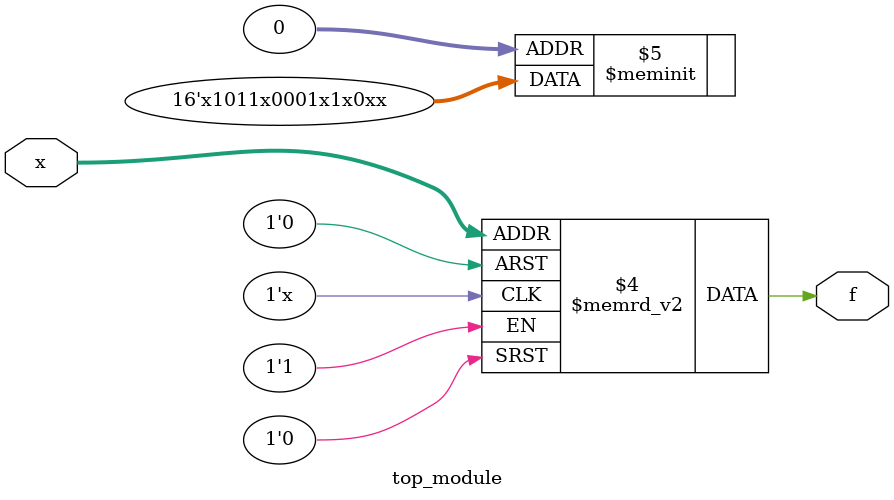
<source format=sv>
module top_module (
    input [3:0] x,
    output logic f
);

always_comb begin
    case (x)
        4'h0: f = 1'bx;
        4'h1: f = 1'bx;
        4'h2: f = 0;
        4'h3: f = 1'bx;
        4'h4: f = 1;
        4'h5: f = 1'bx;
        4'h6: f = 1;
        4'h7: f = 0;
        4'h8: f = 0;
        4'h9: f = 0;
        4'ha: f = 1'bx;
        4'hb: f = 1;
        4'hc: f = 1;
        4'hd: f = 1'b0;
        4'he: f = 1;
        4'hf: f = 1'bx;
        default: f = 1'bx;
    endcase
end

endmodule

</source>
